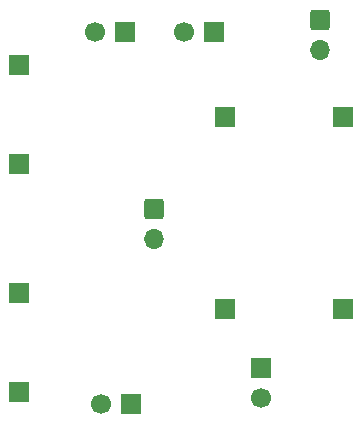
<source format=gbr>
%TF.GenerationSoftware,KiCad,Pcbnew,8.0.1*%
%TF.CreationDate,2024-11-13T12:18:27-05:00*%
%TF.ProjectId,batteryPCBa,62617474-6572-4795-9043-42612e6b6963,rev?*%
%TF.SameCoordinates,Original*%
%TF.FileFunction,Soldermask,Top*%
%TF.FilePolarity,Negative*%
%FSLAX46Y46*%
G04 Gerber Fmt 4.6, Leading zero omitted, Abs format (unit mm)*
G04 Created by KiCad (PCBNEW 8.0.1) date 2024-11-13 12:18:27*
%MOMM*%
%LPD*%
G01*
G04 APERTURE LIST*
G04 Aperture macros list*
%AMRoundRect*
0 Rectangle with rounded corners*
0 $1 Rounding radius*
0 $2 $3 $4 $5 $6 $7 $8 $9 X,Y pos of 4 corners*
0 Add a 4 corners polygon primitive as box body*
4,1,4,$2,$3,$4,$5,$6,$7,$8,$9,$2,$3,0*
0 Add four circle primitives for the rounded corners*
1,1,$1+$1,$2,$3*
1,1,$1+$1,$4,$5*
1,1,$1+$1,$6,$7*
1,1,$1+$1,$8,$9*
0 Add four rect primitives between the rounded corners*
20,1,$1+$1,$2,$3,$4,$5,0*
20,1,$1+$1,$4,$5,$6,$7,0*
20,1,$1+$1,$6,$7,$8,$9,0*
20,1,$1+$1,$8,$9,$2,$3,0*%
G04 Aperture macros list end*
%ADD10R,1.700000X1.700000*%
%ADD11C,1.700000*%
%ADD12RoundRect,0.250000X-0.600000X0.600000X-0.600000X-0.600000X0.600000X-0.600000X0.600000X0.600000X0*%
%ADD13O,1.700000X1.700000*%
G04 APERTURE END LIST*
D10*
%TO.C,U1*%
X73950000Y-33250000D03*
X84000000Y-33250000D03*
X73950000Y-49500000D03*
X84000000Y-49500000D03*
%TD*%
%TO.C,TP4056Mod2*%
X56500000Y-48150000D03*
X56500000Y-56500000D03*
%TD*%
%TO.C,J4*%
X73040000Y-26000000D03*
D11*
X70500000Y-26000000D03*
%TD*%
D10*
%TO.C,J5*%
X66000000Y-57500000D03*
D11*
X63460000Y-57500000D03*
%TD*%
D10*
%TO.C,J1*%
X77000000Y-54460000D03*
D11*
X77000000Y-57000000D03*
%TD*%
D10*
%TO.C,TP4056Mod1*%
X56500000Y-28850000D03*
X56500000Y-37200000D03*
%TD*%
D12*
%TO.C,J6*%
X68000000Y-41000000D03*
D13*
X68000000Y-43500000D03*
%TD*%
D10*
%TO.C,J2*%
X65540000Y-26000000D03*
D11*
X63000000Y-26000000D03*
%TD*%
D12*
%TO.C,J3*%
X82000000Y-25000000D03*
D13*
X82000000Y-27500000D03*
%TD*%
M02*

</source>
